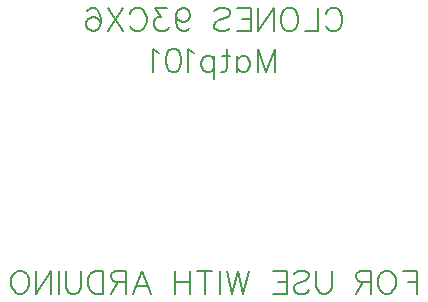
<source format=gbo>
G04 Layer: BottomSilkscreenLayer*
G04 EasyEDA v6.5.13, 2022-08-17 10:47:09*
G04 b7dc3e68d0514606a91ca319f37642e0,153482dac41149f1974aef67bcea995d,10*
G04 Gerber Generator version 0.2*
G04 Scale: 100 percent, Rotated: No, Reflected: No *
G04 Dimensions in millimeters *
G04 leading zeros omitted , absolute positions ,4 integer and 5 decimal *
%FSLAX45Y45*%
%MOMM*%

%ADD10C,0.2032*%

%LPD*%
D10*
X3193950Y2800464D02*
G01*
X3203188Y2818937D01*
X3221659Y2837411D01*
X3240133Y2846646D01*
X3277080Y2846646D01*
X3295550Y2837411D01*
X3314024Y2818937D01*
X3323259Y2800464D01*
X3332497Y2772755D01*
X3332497Y2726575D01*
X3323259Y2698864D01*
X3314024Y2680393D01*
X3295550Y2661920D01*
X3277080Y2652684D01*
X3240133Y2652684D01*
X3221659Y2661920D01*
X3203188Y2680393D01*
X3193950Y2698864D01*
X3132990Y2846646D02*
G01*
X3132990Y2652684D01*
X3132990Y2652684D02*
G01*
X3022155Y2652684D01*
X2905777Y2846646D02*
G01*
X2924251Y2837411D01*
X2942722Y2818937D01*
X2951960Y2800464D01*
X2961195Y2772755D01*
X2961195Y2726575D01*
X2951960Y2698864D01*
X2942722Y2680393D01*
X2924251Y2661920D01*
X2905777Y2652684D01*
X2868830Y2652684D01*
X2850360Y2661920D01*
X2831886Y2680393D01*
X2822651Y2698864D01*
X2813413Y2726575D01*
X2813413Y2772755D01*
X2822651Y2800464D01*
X2831886Y2818937D01*
X2850360Y2837411D01*
X2868830Y2846646D01*
X2905777Y2846646D01*
X2752453Y2846646D02*
G01*
X2752453Y2652684D01*
X2752453Y2846646D02*
G01*
X2623144Y2652684D01*
X2623144Y2846646D02*
G01*
X2623144Y2652684D01*
X2562184Y2846646D02*
G01*
X2562184Y2652684D01*
X2562184Y2846646D02*
G01*
X2442110Y2846646D01*
X2562184Y2754284D02*
G01*
X2488293Y2754284D01*
X2562184Y2652684D02*
G01*
X2442110Y2652684D01*
X2251842Y2818937D02*
G01*
X2270315Y2837411D01*
X2298024Y2846646D01*
X2334971Y2846646D01*
X2362680Y2837411D01*
X2381150Y2818937D01*
X2381150Y2800464D01*
X2371915Y2781993D01*
X2362680Y2772755D01*
X2344206Y2763520D01*
X2288788Y2745046D01*
X2270315Y2735811D01*
X2261080Y2726575D01*
X2251842Y2708102D01*
X2251842Y2680393D01*
X2270315Y2661920D01*
X2298024Y2652684D01*
X2334971Y2652684D01*
X2362680Y2661920D01*
X2381150Y2680393D01*
X1928571Y2781993D02*
G01*
X1937806Y2754284D01*
X1956280Y2735811D01*
X1983988Y2726575D01*
X1993224Y2726575D01*
X2020933Y2735811D01*
X2039406Y2754284D01*
X2048642Y2781993D01*
X2048642Y2791228D01*
X2039406Y2818937D01*
X2020933Y2837411D01*
X1993224Y2846646D01*
X1983988Y2846646D01*
X1956280Y2837411D01*
X1937806Y2818937D01*
X1928571Y2781993D01*
X1928571Y2735811D01*
X1937806Y2689628D01*
X1956280Y2661920D01*
X1983988Y2652684D01*
X2002459Y2652684D01*
X2030171Y2661920D01*
X2039406Y2680393D01*
X1849137Y2846646D02*
G01*
X1747537Y2846646D01*
X1802955Y2772755D01*
X1775246Y2772755D01*
X1756773Y2763520D01*
X1747537Y2754284D01*
X1738299Y2726575D01*
X1738299Y2708102D01*
X1747537Y2680393D01*
X1766011Y2661920D01*
X1793720Y2652684D01*
X1821428Y2652684D01*
X1849137Y2661920D01*
X1858373Y2671155D01*
X1867611Y2689628D01*
X1538795Y2800464D02*
G01*
X1548030Y2818937D01*
X1566504Y2837411D01*
X1584977Y2846646D01*
X1621922Y2846646D01*
X1640395Y2837411D01*
X1658868Y2818937D01*
X1668104Y2800464D01*
X1677339Y2772755D01*
X1677339Y2726575D01*
X1668104Y2698864D01*
X1658868Y2680393D01*
X1640395Y2661920D01*
X1621922Y2652684D01*
X1584977Y2652684D01*
X1566504Y2661920D01*
X1548030Y2680393D01*
X1538795Y2698864D01*
X1477835Y2846646D02*
G01*
X1348526Y2652684D01*
X1348526Y2846646D02*
G01*
X1477835Y2652684D01*
X1176731Y2818937D02*
G01*
X1185966Y2837411D01*
X1213675Y2846646D01*
X1232148Y2846646D01*
X1259857Y2837411D01*
X1278331Y2809702D01*
X1287566Y2763520D01*
X1287566Y2717337D01*
X1278331Y2680393D01*
X1259857Y2661920D01*
X1232148Y2652684D01*
X1222910Y2652684D01*
X1195202Y2661920D01*
X1176731Y2680393D01*
X1167493Y2708102D01*
X1167493Y2717337D01*
X1176731Y2745046D01*
X1195202Y2763520D01*
X1222910Y2772755D01*
X1232148Y2772755D01*
X1259857Y2763520D01*
X1278331Y2745046D01*
X1287566Y2717337D01*
X2765384Y2503746D02*
G01*
X2765384Y2309784D01*
X2765384Y2503746D02*
G01*
X2691493Y2309784D01*
X2617602Y2503746D02*
G01*
X2691493Y2309784D01*
X2617602Y2503746D02*
G01*
X2617602Y2309784D01*
X2445806Y2439093D02*
G01*
X2445806Y2309784D01*
X2445806Y2411384D02*
G01*
X2464280Y2429855D01*
X2482750Y2439093D01*
X2510459Y2439093D01*
X2528933Y2429855D01*
X2547406Y2411384D01*
X2556642Y2383675D01*
X2556642Y2365202D01*
X2547406Y2337493D01*
X2528933Y2319020D01*
X2510459Y2309784D01*
X2482750Y2309784D01*
X2464280Y2319020D01*
X2445806Y2337493D01*
X2357137Y2503746D02*
G01*
X2357137Y2346728D01*
X2347899Y2319020D01*
X2329428Y2309784D01*
X2310955Y2309784D01*
X2384846Y2439093D02*
G01*
X2320190Y2439093D01*
X2249995Y2439093D02*
G01*
X2249995Y2245128D01*
X2249995Y2411384D02*
G01*
X2231522Y2429855D01*
X2213048Y2439093D01*
X2185339Y2439093D01*
X2166868Y2429855D01*
X2148395Y2411384D01*
X2139160Y2383675D01*
X2139160Y2365202D01*
X2148395Y2337493D01*
X2166868Y2319020D01*
X2185339Y2309784D01*
X2213048Y2309784D01*
X2231522Y2319020D01*
X2249995Y2337493D01*
X2078200Y2466802D02*
G01*
X2059726Y2476037D01*
X2032017Y2503746D01*
X2032017Y2309784D01*
X1915640Y2503746D02*
G01*
X1943348Y2494511D01*
X1961819Y2466802D01*
X1971057Y2420620D01*
X1971057Y2392911D01*
X1961819Y2346728D01*
X1943348Y2319020D01*
X1915640Y2309784D01*
X1897166Y2309784D01*
X1869457Y2319020D01*
X1850984Y2346728D01*
X1841748Y2392911D01*
X1841748Y2420620D01*
X1850984Y2466802D01*
X1869457Y2494511D01*
X1897166Y2503746D01*
X1915640Y2503746D01*
X1780788Y2466802D02*
G01*
X1762315Y2476037D01*
X1734606Y2503746D01*
X1734606Y2309784D01*
X3967035Y624146D02*
G01*
X3967035Y430184D01*
X3967035Y624146D02*
G01*
X3846962Y624146D01*
X3967035Y531784D02*
G01*
X3893144Y531784D01*
X3730584Y624146D02*
G01*
X3749057Y614911D01*
X3767531Y596437D01*
X3776766Y577964D01*
X3786002Y550255D01*
X3786002Y504075D01*
X3776766Y476364D01*
X3767531Y457893D01*
X3749057Y439420D01*
X3730584Y430184D01*
X3693640Y430184D01*
X3675166Y439420D01*
X3656693Y457893D01*
X3647457Y476364D01*
X3638219Y504075D01*
X3638219Y550255D01*
X3647457Y577964D01*
X3656693Y596437D01*
X3675166Y614911D01*
X3693640Y624146D01*
X3730584Y624146D01*
X3577259Y624146D02*
G01*
X3577259Y430184D01*
X3577259Y624146D02*
G01*
X3494133Y624146D01*
X3466424Y614911D01*
X3457188Y605675D01*
X3447950Y587202D01*
X3447950Y568728D01*
X3457188Y550255D01*
X3466424Y541020D01*
X3494133Y531784D01*
X3577259Y531784D01*
X3512606Y531784D02*
G01*
X3447950Y430184D01*
X3244750Y624146D02*
G01*
X3244750Y485602D01*
X3235515Y457893D01*
X3217042Y439420D01*
X3189333Y430184D01*
X3170859Y430184D01*
X3143150Y439420D01*
X3124680Y457893D01*
X3115442Y485602D01*
X3115442Y624146D01*
X2925173Y596437D02*
G01*
X2943646Y614911D01*
X2971355Y624146D01*
X3008299Y624146D01*
X3036011Y614911D01*
X3054482Y596437D01*
X3054482Y577964D01*
X3045246Y559493D01*
X3036011Y550255D01*
X3017537Y541020D01*
X2962120Y522546D01*
X2943646Y513311D01*
X2934411Y504075D01*
X2925173Y485602D01*
X2925173Y457893D01*
X2943646Y439420D01*
X2971355Y430184D01*
X3008299Y430184D01*
X3036011Y439420D01*
X3054482Y457893D01*
X2864213Y624146D02*
G01*
X2864213Y430184D01*
X2864213Y624146D02*
G01*
X2744139Y624146D01*
X2864213Y531784D02*
G01*
X2790322Y531784D01*
X2864213Y430184D02*
G01*
X2744139Y430184D01*
X2540939Y624146D02*
G01*
X2494760Y430184D01*
X2448577Y624146D02*
G01*
X2494760Y430184D01*
X2448577Y624146D02*
G01*
X2402395Y430184D01*
X2356213Y624146D02*
G01*
X2402395Y430184D01*
X2295253Y624146D02*
G01*
X2295253Y430184D01*
X2169640Y624146D02*
G01*
X2169640Y430184D01*
X2234293Y624146D02*
G01*
X2104984Y624146D01*
X2044024Y624146D02*
G01*
X2044024Y430184D01*
X1914715Y624146D02*
G01*
X1914715Y430184D01*
X2044024Y531784D02*
G01*
X1914715Y531784D01*
X1637624Y624146D02*
G01*
X1711515Y430184D01*
X1637624Y624146D02*
G01*
X1563733Y430184D01*
X1683806Y494837D02*
G01*
X1591442Y494837D01*
X1502773Y624146D02*
G01*
X1502773Y430184D01*
X1502773Y624146D02*
G01*
X1419646Y624146D01*
X1391937Y614911D01*
X1382699Y605675D01*
X1373464Y587202D01*
X1373464Y568728D01*
X1382699Y550255D01*
X1391937Y541020D01*
X1419646Y531784D01*
X1502773Y531784D01*
X1438120Y531784D02*
G01*
X1373464Y430184D01*
X1312504Y624146D02*
G01*
X1312504Y430184D01*
X1312504Y624146D02*
G01*
X1247851Y624146D01*
X1220139Y614911D01*
X1201668Y596437D01*
X1192430Y577964D01*
X1183195Y550255D01*
X1183195Y504075D01*
X1192430Y476364D01*
X1201668Y457893D01*
X1220139Y439420D01*
X1247851Y430184D01*
X1312504Y430184D01*
X1122235Y624146D02*
G01*
X1122235Y485602D01*
X1113000Y457893D01*
X1094526Y439420D01*
X1066817Y430184D01*
X1048344Y430184D01*
X1020635Y439420D01*
X1002162Y457893D01*
X992926Y485602D01*
X992926Y624146D01*
X931966Y624146D02*
G01*
X931966Y430184D01*
X871006Y624146D02*
G01*
X871006Y430184D01*
X871006Y624146D02*
G01*
X741697Y430184D01*
X741697Y624146D02*
G01*
X741697Y430184D01*
X625320Y624146D02*
G01*
X643790Y614911D01*
X662264Y596437D01*
X671499Y577964D01*
X680737Y550255D01*
X680737Y504075D01*
X671499Y476364D01*
X662264Y457893D01*
X643790Y439420D01*
X625320Y430184D01*
X588373Y430184D01*
X569899Y439420D01*
X551428Y457893D01*
X542190Y476364D01*
X532955Y504075D01*
X532955Y550255D01*
X542190Y577964D01*
X551428Y596437D01*
X569899Y614911D01*
X588373Y624146D01*
X625320Y624146D01*
M02*

</source>
